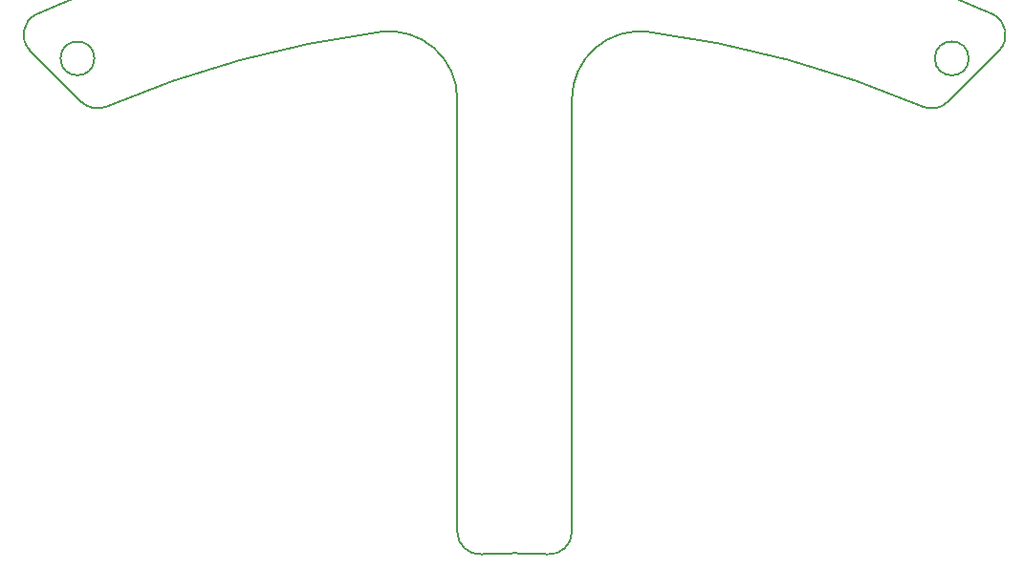
<source format=gbr>
%TF.GenerationSoftware,KiCad,Pcbnew,7.0.9*%
%TF.CreationDate,2025-01-15T18:35:07+09:00*%
%TF.ProjectId,line_side_robot2,6c696e65-5f73-4696-9465-5f726f626f74,rev?*%
%TF.SameCoordinates,Original*%
%TF.FileFunction,Profile,NP*%
%FSLAX46Y46*%
G04 Gerber Fmt 4.6, Leading zero omitted, Abs format (unit mm)*
G04 Created by KiCad (PCBNEW 7.0.9) date 2025-01-15 18:35:07*
%MOMM*%
%LPD*%
G01*
G04 APERTURE LIST*
%TA.AperFunction,Profile*%
%ADD10C,0.200000*%
%TD*%
G04 APERTURE END LIST*
D10*
X165833090Y-34247914D02*
G75*
G03*
X159060000Y-40197887I-773090J-5949986D01*
G01*
X111075334Y-35908289D02*
X115624803Y-40457758D01*
X159060000Y-78582112D02*
X159060000Y-40197887D01*
X156928896Y-80577798D02*
G75*
G03*
X159060000Y-78582112I131104J1995698D01*
G01*
X116767137Y-36603254D02*
G75*
G03*
X116767137Y-36603254I-1500000J0D01*
G01*
X142124946Y-34247915D02*
G75*
G03*
X117824974Y-40882640I11854154J-91233585D01*
G01*
X196298278Y-32674336D02*
G75*
G03*
X111659758Y-32674336I-42319260J-92806681D01*
G01*
X148898036Y-40197887D02*
X148898036Y-78582112D01*
X156928895Y-80577810D02*
G75*
G03*
X151029141Y-80577810I-2949877J-44903430D01*
G01*
X111659756Y-32674333D02*
G75*
G03*
X111075334Y-35908289I829944J-1819767D01*
G01*
X148897986Y-78582112D02*
G75*
G03*
X151029141Y-80577810I2000014J12D01*
G01*
X194190899Y-36603254D02*
G75*
G03*
X194190899Y-36603254I-1500000J0D01*
G01*
X148898007Y-40197887D02*
G75*
G03*
X142124944Y-34247903I-6000007J-13D01*
G01*
X192333233Y-40457758D02*
X196882702Y-35908289D01*
X196882753Y-35908340D02*
G75*
G03*
X196298278Y-32674337I-1414153J1414240D01*
G01*
X115624784Y-40457777D02*
G75*
G03*
X117824974Y-40882638I1414216J1414277D01*
G01*
X190133057Y-40882650D02*
G75*
G03*
X192333233Y-40457758I785943J1839150D01*
G01*
X190133067Y-40882628D02*
G75*
G03*
X165833092Y-34247902I-36153967J-84598272D01*
G01*
M02*

</source>
